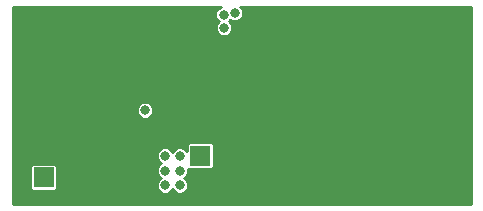
<source format=gbl>
G04 #@! TF.GenerationSoftware,KiCad,Pcbnew,(5.0.1)-4*
G04 #@! TF.CreationDate,2019-05-23T13:05:23-07:00*
G04 #@! TF.ProjectId,Transmit_circuit,5472616E736D69745F63697263756974,rev?*
G04 #@! TF.SameCoordinates,Original*
G04 #@! TF.FileFunction,Copper,L4,Bot,Signal*
G04 #@! TF.FilePolarity,Positive*
%FSLAX46Y46*%
G04 Gerber Fmt 4.6, Leading zero omitted, Abs format (unit mm)*
G04 Created by KiCad (PCBNEW (5.0.1)-4) date 5/23/2019 1:05:23 PM*
%MOMM*%
%LPD*%
G01*
G04 APERTURE LIST*
G04 #@! TA.AperFunction,ComponentPad*
%ADD10C,0.600000*%
G04 #@! TD*
G04 #@! TA.AperFunction,ComponentPad*
%ADD11R,1.700000X1.700000*%
G04 #@! TD*
G04 #@! TA.AperFunction,ComponentPad*
%ADD12O,1.700000X1.700000*%
G04 #@! TD*
G04 #@! TA.AperFunction,ViaPad*
%ADD13C,0.350000*%
G04 #@! TD*
G04 #@! TA.AperFunction,ViaPad*
%ADD14C,0.600000*%
G04 #@! TD*
G04 #@! TA.AperFunction,ViaPad*
%ADD15C,0.800000*%
G04 #@! TD*
G04 #@! TA.AperFunction,Conductor*
%ADD16C,0.250000*%
G04 #@! TD*
G04 #@! TA.AperFunction,Conductor*
%ADD17C,0.267000*%
G04 #@! TD*
G04 #@! TA.AperFunction,Conductor*
%ADD18C,0.254000*%
G04 #@! TD*
G04 APERTURE END LIST*
D10*
G04 #@! TO.P,U4,2*
G04 #@! TO.N,GND*
X123055000Y-115700000D03*
X124195000Y-115700000D03*
G04 #@! TO.P,U4,4*
X123055000Y-113300000D03*
X124195000Y-113300000D03*
G04 #@! TD*
D11*
G04 #@! TO.P,J2,1*
G04 #@! TO.N,+5V*
X114000000Y-120750000D03*
D12*
G04 #@! TO.P,J2,2*
G04 #@! TO.N,GND*
X116540000Y-120750000D03*
G04 #@! TD*
D13*
G04 #@! TO.N,GND*
G04 #@! TO.C,U2*
X108250000Y-115470000D03*
X108250000Y-114990000D03*
X108250000Y-114500000D03*
X108250000Y-114030000D03*
G04 #@! TD*
D14*
G04 #@! TO.N,GND*
G04 #@! TO.C,U3*
X114400000Y-112875000D03*
X115750000Y-112875000D03*
X117100000Y-112875000D03*
X115750000Y-113975000D03*
X115750000Y-114975000D03*
G04 #@! TD*
D11*
G04 #@! TO.P,J1,1*
G04 #@! TO.N,Net-(J1-Pad1)*
X100725000Y-122575000D03*
G04 #@! TD*
D15*
G04 #@! TO.N,+5V*
X112250000Y-120750000D03*
X111000000Y-120750000D03*
X111000000Y-122000000D03*
X111000000Y-123250000D03*
X112250000Y-123250000D03*
X112250000Y-122000000D03*
X109300000Y-116900000D03*
X116000000Y-109900000D03*
X115950000Y-108800000D03*
X116900000Y-108650000D03*
G04 #@! TO.N,GND*
X117250000Y-123250000D03*
X118500000Y-123250000D03*
X118500000Y-122000000D03*
X118500000Y-120750000D03*
X102250000Y-112250000D03*
X99750000Y-114500000D03*
X102250000Y-116750000D03*
X132000000Y-112000000D03*
X134500000Y-114500000D03*
X132250000Y-116750000D03*
D13*
X115750000Y-115950000D03*
X114500000Y-115950000D03*
X117025000Y-115950000D03*
X118075000Y-115025000D03*
X118725000Y-115025000D03*
X119350000Y-115025000D03*
X119975000Y-115025000D03*
X120675000Y-115050000D03*
X121250000Y-115325000D03*
X121925000Y-115700000D03*
X118075000Y-113900000D03*
X118725000Y-113925000D03*
X119425000Y-113925000D03*
X120050000Y-113925000D03*
X120750000Y-113950000D03*
X121325000Y-113575000D03*
X122050000Y-113325000D03*
X104625000Y-113975000D03*
X105275000Y-113975000D03*
X105925000Y-113975000D03*
X106725000Y-113975000D03*
X104625000Y-115025000D03*
X105250000Y-115025000D03*
X105925000Y-115025000D03*
X106725000Y-115050000D03*
X113750000Y-115775000D03*
X113525000Y-115050000D03*
X112900000Y-115050000D03*
X112275000Y-115050000D03*
X111600000Y-115050000D03*
X111000000Y-115050000D03*
X110375000Y-115050000D03*
X109775000Y-115050000D03*
X113550000Y-112850000D03*
X113550000Y-113950000D03*
X112900000Y-113950000D03*
X112275000Y-113950000D03*
X111650000Y-113950000D03*
X111050000Y-113950000D03*
X110375000Y-113975000D03*
X109800000Y-113975000D03*
X125075000Y-113375000D03*
X125650000Y-113600000D03*
X126525000Y-113925000D03*
X127175000Y-113925000D03*
X127825000Y-113925000D03*
X128475000Y-113925000D03*
X129225000Y-113925000D03*
X130050000Y-113925000D03*
X124975000Y-115625000D03*
X125800000Y-115400000D03*
X126500000Y-115050000D03*
X127225000Y-115050000D03*
X128000000Y-115075000D03*
X128675000Y-115075000D03*
X129500000Y-115075000D03*
X130175000Y-115075000D03*
D15*
X106375000Y-112175000D03*
X108225000Y-112800000D03*
X110125000Y-112850000D03*
X112300000Y-108950000D03*
X110100000Y-108900000D03*
X110075000Y-110700000D03*
X108200000Y-110625000D03*
X108150000Y-108925000D03*
X105875000Y-108875000D03*
X103350000Y-108850000D03*
X99850000Y-108875000D03*
X114200000Y-108950000D03*
X106475000Y-116875000D03*
X105800000Y-118975000D03*
X103375000Y-118975000D03*
X99975000Y-118975000D03*
X112625000Y-118100000D03*
X112600000Y-116475000D03*
X110700000Y-116425000D03*
X115700000Y-118050000D03*
X117925000Y-118100000D03*
X118525000Y-116500000D03*
X120375000Y-116550000D03*
X120450000Y-118225000D03*
X122125000Y-117075000D03*
X124300000Y-117075000D03*
X127600000Y-116600000D03*
X134650000Y-118825000D03*
X132400000Y-118825000D03*
X129725000Y-118800000D03*
X127450000Y-118775000D03*
X125175000Y-118775000D03*
X122550000Y-118750000D03*
X136400000Y-112125000D03*
X136400000Y-114775000D03*
X136375000Y-117075000D03*
X136325000Y-118850000D03*
X134825000Y-109750000D03*
X132075000Y-109825000D03*
X129900000Y-109775000D03*
X127925000Y-109850000D03*
X127925000Y-112250000D03*
X125975000Y-112225000D03*
X126050000Y-109725000D03*
X123650000Y-109725000D03*
X123625000Y-112000000D03*
X121325000Y-111975000D03*
X121100000Y-109650000D03*
X99850000Y-110275000D03*
X102250000Y-110275000D03*
X104725000Y-110200000D03*
D13*
X104000000Y-113975000D03*
X104000000Y-115025000D03*
X130825000Y-113925000D03*
X130825000Y-115075000D03*
D15*
X118425000Y-110725000D03*
X118425000Y-111925000D03*
X118375000Y-113025000D03*
X119875000Y-112975000D03*
X119875000Y-111225000D03*
X113275000Y-110150000D03*
X113275000Y-111550000D03*
X112550000Y-112900000D03*
X111450000Y-111650000D03*
X110600000Y-118725000D03*
X108625000Y-123950000D03*
X109100000Y-120500000D03*
X104500000Y-120625000D03*
G04 #@! TD*
D16*
G04 #@! TO.N,GND*
X117250000Y-123250000D02*
X118500000Y-123250000D01*
X118500000Y-122000000D02*
X118500000Y-120750000D01*
D17*
X115750000Y-114975000D02*
X115750000Y-115950000D01*
X117025000Y-115950000D02*
X117150000Y-115950000D01*
X117150000Y-115950000D02*
X118075000Y-115025000D01*
X118725000Y-115025000D02*
X119350000Y-115025000D01*
X119975000Y-115025000D02*
X120650000Y-115025000D01*
X120650000Y-115025000D02*
X120675000Y-115050000D01*
X121250000Y-115325000D02*
X121550000Y-115325000D01*
X121550000Y-115325000D02*
X121925000Y-115700000D01*
X118075000Y-113900000D02*
X118700000Y-113900000D01*
X118700000Y-113900000D02*
X118725000Y-113925000D01*
X119425000Y-113925000D02*
X120050000Y-113925000D01*
X120750000Y-113950000D02*
X120950000Y-113950000D01*
X120950000Y-113950000D02*
X121325000Y-113575000D01*
X123030000Y-113325000D02*
X123055000Y-113300000D01*
X122050000Y-113325000D02*
X123030000Y-113325000D01*
X104625000Y-113975000D02*
X105275000Y-113975000D01*
X105925000Y-113975000D02*
X106725000Y-113975000D01*
X104625000Y-115025000D02*
X105250000Y-115025000D01*
X105925000Y-115025000D02*
X106700000Y-115025000D01*
X106700000Y-115025000D02*
X106725000Y-115050000D01*
X113750000Y-115775000D02*
X113750000Y-115275000D01*
X113750000Y-115275000D02*
X113525000Y-115050000D01*
X112900000Y-115050000D02*
X112275000Y-115050000D01*
X111600000Y-115050000D02*
X111000000Y-115050000D01*
X110375000Y-115050000D02*
X109775000Y-115050000D01*
X113550000Y-112850000D02*
X113550000Y-113950000D01*
X112900000Y-113950000D02*
X112275000Y-113950000D01*
X111650000Y-113950000D02*
X111050000Y-113950000D01*
X110375000Y-113975000D02*
X109800000Y-113975000D01*
X125075000Y-113375000D02*
X125425000Y-113375000D01*
X125425000Y-113375000D02*
X125650000Y-113600000D01*
X126525000Y-113925000D02*
X127175000Y-113925000D01*
X127825000Y-113925000D02*
X128475000Y-113925000D01*
X129225000Y-113925000D02*
X130050000Y-113925000D01*
X124975000Y-115625000D02*
X125575000Y-115625000D01*
X125575000Y-115625000D02*
X125800000Y-115400000D01*
X126500000Y-115050000D02*
X127225000Y-115050000D01*
X128000000Y-115075000D02*
X128675000Y-115075000D01*
X129500000Y-115075000D02*
X130175000Y-115075000D01*
X106375000Y-112175000D02*
X107600000Y-112175000D01*
X107600000Y-112175000D02*
X108225000Y-112800000D01*
X110100000Y-108900000D02*
X110100000Y-110675000D01*
X110100000Y-110675000D02*
X110075000Y-110700000D01*
X108200000Y-110625000D02*
X108200000Y-108975000D01*
X108200000Y-108975000D02*
X108150000Y-108925000D01*
X105875000Y-108875000D02*
X103375000Y-108875000D01*
X103375000Y-108875000D02*
X103350000Y-108850000D01*
X112300000Y-108950000D02*
X114200000Y-108950000D01*
X106475000Y-116875000D02*
X106475000Y-118300000D01*
X106475000Y-118300000D02*
X105800000Y-118975000D01*
X103375000Y-118975000D02*
X99975000Y-118975000D01*
X112625000Y-118100000D02*
X112625000Y-116500000D01*
X112625000Y-116500000D02*
X112600000Y-116475000D01*
X112625000Y-118100000D02*
X115650000Y-118100000D01*
X115650000Y-118100000D02*
X115700000Y-118050000D01*
X117925000Y-118100000D02*
X117925000Y-117100000D01*
X117925000Y-117100000D02*
X118525000Y-116500000D01*
X120375000Y-116550000D02*
X120375000Y-118150000D01*
X120375000Y-118150000D02*
X120450000Y-118225000D01*
X122125000Y-117075000D02*
X124300000Y-117075000D01*
X134650000Y-118825000D02*
X132400000Y-118825000D01*
X129725000Y-118800000D02*
X127475000Y-118800000D01*
X127475000Y-118800000D02*
X127450000Y-118775000D01*
X125175000Y-118775000D02*
X122575000Y-118775000D01*
X122575000Y-118775000D02*
X122550000Y-118750000D01*
X136400000Y-112125000D02*
X136400000Y-114775000D01*
X136375000Y-117075000D02*
X136375000Y-118800000D01*
X136375000Y-118800000D02*
X136325000Y-118850000D01*
X134825000Y-109750000D02*
X132150000Y-109750000D01*
X132150000Y-109750000D02*
X132075000Y-109825000D01*
X129900000Y-109775000D02*
X128000000Y-109775000D01*
X128000000Y-109775000D02*
X127925000Y-109850000D01*
X127925000Y-112250000D02*
X126000000Y-112250000D01*
X126000000Y-112250000D02*
X125975000Y-112225000D01*
X126050000Y-109725000D02*
X123650000Y-109725000D01*
X123625000Y-112000000D02*
X121350000Y-112000000D01*
X121350000Y-112000000D02*
X121325000Y-111975000D01*
X99850000Y-110275000D02*
X102250000Y-110275000D01*
D16*
X104625000Y-115025000D02*
X104000000Y-115025000D01*
X130175000Y-115075000D02*
X130825000Y-115075000D01*
X118425000Y-111925000D02*
X118425000Y-112975000D01*
X118425000Y-112975000D02*
X118375000Y-113025000D01*
X119875000Y-112975000D02*
X119875000Y-111225000D01*
X113275000Y-110150000D02*
X113275000Y-111550000D01*
X112550000Y-112900000D02*
X112550000Y-112750000D01*
X112550000Y-112750000D02*
X111450000Y-111650000D01*
X103375000Y-118975000D02*
X103375000Y-119500000D01*
X103375000Y-119500000D02*
X104500000Y-120625000D01*
G04 #@! TD*
D18*
G04 #@! TO.N,GND*
G36*
X115550649Y-108202330D02*
X115352330Y-108400649D01*
X115245000Y-108659767D01*
X115245000Y-108940233D01*
X115352330Y-109199351D01*
X115527979Y-109375000D01*
X115402330Y-109500649D01*
X115295000Y-109759767D01*
X115295000Y-110040233D01*
X115402330Y-110299351D01*
X115600649Y-110497670D01*
X115859767Y-110605000D01*
X116140233Y-110605000D01*
X116399351Y-110497670D01*
X116597670Y-110299351D01*
X116705000Y-110040233D01*
X116705000Y-109759767D01*
X116597670Y-109500649D01*
X116422021Y-109325000D01*
X116500000Y-109247021D01*
X116500649Y-109247670D01*
X116759767Y-109355000D01*
X117040233Y-109355000D01*
X117299351Y-109247670D01*
X117497670Y-109049351D01*
X117605000Y-108790233D01*
X117605000Y-108509767D01*
X117497670Y-108250649D01*
X117374021Y-108127000D01*
X136873000Y-108127000D01*
X136873000Y-124873000D01*
X98127000Y-124873000D01*
X98127000Y-121725000D01*
X99564025Y-121725000D01*
X99564025Y-123425000D01*
X99587697Y-123544005D01*
X99655107Y-123644893D01*
X99755995Y-123712303D01*
X99875000Y-123735975D01*
X101575000Y-123735975D01*
X101694005Y-123712303D01*
X101794893Y-123644893D01*
X101862303Y-123544005D01*
X101885975Y-123425000D01*
X101885975Y-121725000D01*
X101862303Y-121605995D01*
X101794893Y-121505107D01*
X101694005Y-121437697D01*
X101575000Y-121414025D01*
X99875000Y-121414025D01*
X99755995Y-121437697D01*
X99655107Y-121505107D01*
X99587697Y-121605995D01*
X99564025Y-121725000D01*
X98127000Y-121725000D01*
X98127000Y-120609767D01*
X110295000Y-120609767D01*
X110295000Y-120890233D01*
X110402330Y-121149351D01*
X110600649Y-121347670D01*
X110666630Y-121375000D01*
X110600649Y-121402330D01*
X110402330Y-121600649D01*
X110295000Y-121859767D01*
X110295000Y-122140233D01*
X110402330Y-122399351D01*
X110600649Y-122597670D01*
X110666630Y-122625000D01*
X110600649Y-122652330D01*
X110402330Y-122850649D01*
X110295000Y-123109767D01*
X110295000Y-123390233D01*
X110402330Y-123649351D01*
X110600649Y-123847670D01*
X110859767Y-123955000D01*
X111140233Y-123955000D01*
X111399351Y-123847670D01*
X111597670Y-123649351D01*
X111625000Y-123583370D01*
X111652330Y-123649351D01*
X111850649Y-123847670D01*
X112109767Y-123955000D01*
X112390233Y-123955000D01*
X112649351Y-123847670D01*
X112847670Y-123649351D01*
X112955000Y-123390233D01*
X112955000Y-123109767D01*
X112847670Y-122850649D01*
X112649351Y-122652330D01*
X112583370Y-122625000D01*
X112649351Y-122597670D01*
X112847670Y-122399351D01*
X112955000Y-122140233D01*
X112955000Y-121859767D01*
X112941689Y-121827632D01*
X113030995Y-121887303D01*
X113150000Y-121910975D01*
X114850000Y-121910975D01*
X114969005Y-121887303D01*
X115069893Y-121819893D01*
X115137303Y-121719005D01*
X115160975Y-121600000D01*
X115160975Y-119900000D01*
X115137303Y-119780995D01*
X115069893Y-119680107D01*
X114969005Y-119612697D01*
X114850000Y-119589025D01*
X113150000Y-119589025D01*
X113030995Y-119612697D01*
X112930107Y-119680107D01*
X112862697Y-119780995D01*
X112839025Y-119900000D01*
X112839025Y-120342004D01*
X112649351Y-120152330D01*
X112390233Y-120045000D01*
X112109767Y-120045000D01*
X111850649Y-120152330D01*
X111652330Y-120350649D01*
X111625000Y-120416630D01*
X111597670Y-120350649D01*
X111399351Y-120152330D01*
X111140233Y-120045000D01*
X110859767Y-120045000D01*
X110600649Y-120152330D01*
X110402330Y-120350649D01*
X110295000Y-120609767D01*
X98127000Y-120609767D01*
X98127000Y-116759767D01*
X108595000Y-116759767D01*
X108595000Y-117040233D01*
X108702330Y-117299351D01*
X108900649Y-117497670D01*
X109159767Y-117605000D01*
X109440233Y-117605000D01*
X109699351Y-117497670D01*
X109897670Y-117299351D01*
X110005000Y-117040233D01*
X110005000Y-116759767D01*
X109897670Y-116500649D01*
X109699351Y-116302330D01*
X109440233Y-116195000D01*
X109159767Y-116195000D01*
X108900649Y-116302330D01*
X108702330Y-116500649D01*
X108595000Y-116759767D01*
X98127000Y-116759767D01*
X98127000Y-108127000D01*
X115732512Y-108127000D01*
X115550649Y-108202330D01*
X115550649Y-108202330D01*
G37*
X115550649Y-108202330D02*
X115352330Y-108400649D01*
X115245000Y-108659767D01*
X115245000Y-108940233D01*
X115352330Y-109199351D01*
X115527979Y-109375000D01*
X115402330Y-109500649D01*
X115295000Y-109759767D01*
X115295000Y-110040233D01*
X115402330Y-110299351D01*
X115600649Y-110497670D01*
X115859767Y-110605000D01*
X116140233Y-110605000D01*
X116399351Y-110497670D01*
X116597670Y-110299351D01*
X116705000Y-110040233D01*
X116705000Y-109759767D01*
X116597670Y-109500649D01*
X116422021Y-109325000D01*
X116500000Y-109247021D01*
X116500649Y-109247670D01*
X116759767Y-109355000D01*
X117040233Y-109355000D01*
X117299351Y-109247670D01*
X117497670Y-109049351D01*
X117605000Y-108790233D01*
X117605000Y-108509767D01*
X117497670Y-108250649D01*
X117374021Y-108127000D01*
X136873000Y-108127000D01*
X136873000Y-124873000D01*
X98127000Y-124873000D01*
X98127000Y-121725000D01*
X99564025Y-121725000D01*
X99564025Y-123425000D01*
X99587697Y-123544005D01*
X99655107Y-123644893D01*
X99755995Y-123712303D01*
X99875000Y-123735975D01*
X101575000Y-123735975D01*
X101694005Y-123712303D01*
X101794893Y-123644893D01*
X101862303Y-123544005D01*
X101885975Y-123425000D01*
X101885975Y-121725000D01*
X101862303Y-121605995D01*
X101794893Y-121505107D01*
X101694005Y-121437697D01*
X101575000Y-121414025D01*
X99875000Y-121414025D01*
X99755995Y-121437697D01*
X99655107Y-121505107D01*
X99587697Y-121605995D01*
X99564025Y-121725000D01*
X98127000Y-121725000D01*
X98127000Y-120609767D01*
X110295000Y-120609767D01*
X110295000Y-120890233D01*
X110402330Y-121149351D01*
X110600649Y-121347670D01*
X110666630Y-121375000D01*
X110600649Y-121402330D01*
X110402330Y-121600649D01*
X110295000Y-121859767D01*
X110295000Y-122140233D01*
X110402330Y-122399351D01*
X110600649Y-122597670D01*
X110666630Y-122625000D01*
X110600649Y-122652330D01*
X110402330Y-122850649D01*
X110295000Y-123109767D01*
X110295000Y-123390233D01*
X110402330Y-123649351D01*
X110600649Y-123847670D01*
X110859767Y-123955000D01*
X111140233Y-123955000D01*
X111399351Y-123847670D01*
X111597670Y-123649351D01*
X111625000Y-123583370D01*
X111652330Y-123649351D01*
X111850649Y-123847670D01*
X112109767Y-123955000D01*
X112390233Y-123955000D01*
X112649351Y-123847670D01*
X112847670Y-123649351D01*
X112955000Y-123390233D01*
X112955000Y-123109767D01*
X112847670Y-122850649D01*
X112649351Y-122652330D01*
X112583370Y-122625000D01*
X112649351Y-122597670D01*
X112847670Y-122399351D01*
X112955000Y-122140233D01*
X112955000Y-121859767D01*
X112941689Y-121827632D01*
X113030995Y-121887303D01*
X113150000Y-121910975D01*
X114850000Y-121910975D01*
X114969005Y-121887303D01*
X115069893Y-121819893D01*
X115137303Y-121719005D01*
X115160975Y-121600000D01*
X115160975Y-119900000D01*
X115137303Y-119780995D01*
X115069893Y-119680107D01*
X114969005Y-119612697D01*
X114850000Y-119589025D01*
X113150000Y-119589025D01*
X113030995Y-119612697D01*
X112930107Y-119680107D01*
X112862697Y-119780995D01*
X112839025Y-119900000D01*
X112839025Y-120342004D01*
X112649351Y-120152330D01*
X112390233Y-120045000D01*
X112109767Y-120045000D01*
X111850649Y-120152330D01*
X111652330Y-120350649D01*
X111625000Y-120416630D01*
X111597670Y-120350649D01*
X111399351Y-120152330D01*
X111140233Y-120045000D01*
X110859767Y-120045000D01*
X110600649Y-120152330D01*
X110402330Y-120350649D01*
X110295000Y-120609767D01*
X98127000Y-120609767D01*
X98127000Y-116759767D01*
X108595000Y-116759767D01*
X108595000Y-117040233D01*
X108702330Y-117299351D01*
X108900649Y-117497670D01*
X109159767Y-117605000D01*
X109440233Y-117605000D01*
X109699351Y-117497670D01*
X109897670Y-117299351D01*
X110005000Y-117040233D01*
X110005000Y-116759767D01*
X109897670Y-116500649D01*
X109699351Y-116302330D01*
X109440233Y-116195000D01*
X109159767Y-116195000D01*
X108900649Y-116302330D01*
X108702330Y-116500649D01*
X108595000Y-116759767D01*
X98127000Y-116759767D01*
X98127000Y-108127000D01*
X115732512Y-108127000D01*
X115550649Y-108202330D01*
G04 #@! TD*
M02*

</source>
